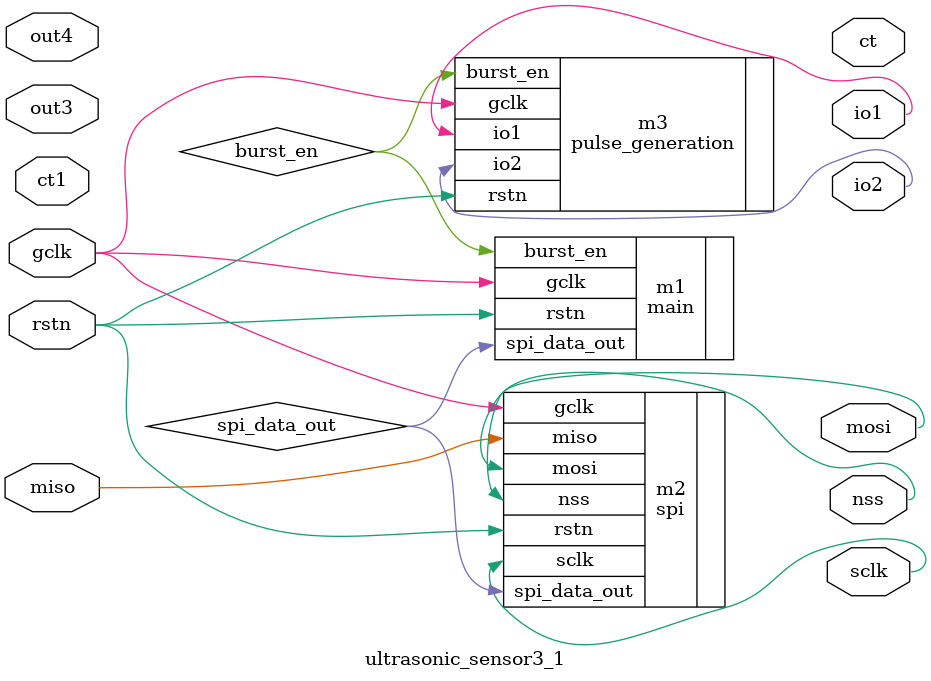
<source format=v>
module ultrasonic_sensor3_1

(
input out3,
input out4,
input ct1,
input gclk,
input rstn,
input miso,
output ct,
output mosi,
output sclk,
output nss,
output io1,
output io2);

main m1(
.gclk (gclk),
.rstn (rstn),
.spi_data_out (spi_data_out),
.burst_en (burst_en)
//.ct (ct),
//.ct1 (ct1),
//.out3 (out3),
//.out4 (out4)

);

spi m2(
.gclk (gclk),
.rstn (rstn),
.spi_data_out (spi_data_out),
.mosi (mosi),
.miso (miso),
.sclk (sclk),
.nss (nss)
);



pulse_generation m3(
.gclk (gclk),
.rstn (rstn),
.burst_en (burst_en),
.io1 (io1),
.io2 (io2)
);




//芯片配置
	//从SPI模块收发数据        								ps：每帧数据发送前nss都要先拉低再拉高；弄清各个寄存器的配置值，SPI各位的值
	//根据从SPI模块返回的信息判断芯片是否准备就绪 		ps：VDRV电压以及芯片的模式


//物体检测
	//在芯片准备就绪后io1/io2控制产生脉冲 					ps:通过SPI的2、3、4位检测错误，如果检测到错误则重新发送
	//根据OUT3,OUT4返回的信息判断本次是否检测到物体  	ps:OUT3作用在于增加稳定性
	//确认检测到物体后，通过CT控制LED灯亮					ps:检测逻辑 
	//亮灯反馈信号CT1进行计数

endmodule
</source>
